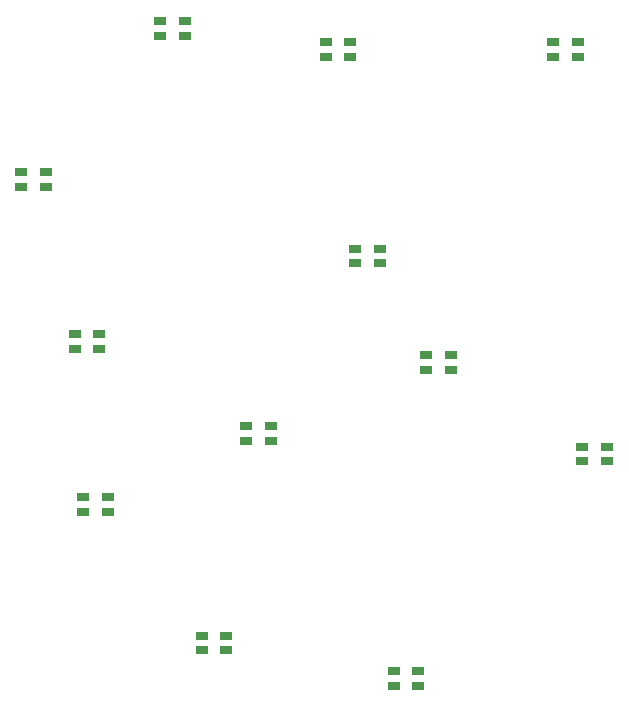
<source format=gbr>
%TF.GenerationSoftware,KiCad,Pcbnew,(5.1.10)-1*%
%TF.CreationDate,2021-10-17T17:11:57+02:00*%
%TF.ProjectId,TVZ_kuglica,54565a5f-6b75-4676-9c69-63612e6b6963,rev?*%
%TF.SameCoordinates,Original*%
%TF.FileFunction,Paste,Top*%
%TF.FilePolarity,Positive*%
%FSLAX46Y46*%
G04 Gerber Fmt 4.6, Leading zero omitted, Abs format (unit mm)*
G04 Created by KiCad (PCBNEW (5.1.10)-1) date 2021-10-17 17:11:57*
%MOMM*%
%LPD*%
G01*
G04 APERTURE LIST*
%ADD10R,1.100000X0.750000*%
G04 APERTURE END LIST*
D10*
%TO.C,D1*%
X110700000Y-86875000D03*
X112800000Y-86875000D03*
X110700000Y-88125000D03*
X112800000Y-88125000D03*
%TD*%
%TO.C,D2*%
X124550000Y-75375000D03*
X122450000Y-75375000D03*
X124550000Y-74125000D03*
X122450000Y-74125000D03*
%TD*%
%TO.C,D3*%
X155700000Y-75875000D03*
X157800000Y-75875000D03*
X155700000Y-77125000D03*
X157800000Y-77125000D03*
%TD*%
%TO.C,D4*%
X131800000Y-109625000D03*
X129700000Y-109625000D03*
X131800000Y-108375000D03*
X129700000Y-108375000D03*
%TD*%
%TO.C,D5*%
X115950000Y-114375000D03*
X118050000Y-114375000D03*
X115950000Y-115625000D03*
X118050000Y-115625000D03*
%TD*%
%TO.C,D6*%
X117300000Y-101875000D03*
X115200000Y-101875000D03*
X117300000Y-100625000D03*
X115200000Y-100625000D03*
%TD*%
%TO.C,D7*%
X142200000Y-129125000D03*
X144300000Y-129125000D03*
X142200000Y-130375000D03*
X144300000Y-130375000D03*
%TD*%
%TO.C,D8*%
X160300000Y-111375000D03*
X158200000Y-111375000D03*
X160300000Y-110125000D03*
X158200000Y-110125000D03*
%TD*%
%TO.C,D9*%
X136450000Y-75875000D03*
X138550000Y-75875000D03*
X136450000Y-77125000D03*
X138550000Y-77125000D03*
%TD*%
%TO.C,D10*%
X147050000Y-103625000D03*
X144950000Y-103625000D03*
X147050000Y-102375000D03*
X144950000Y-102375000D03*
%TD*%
%TO.C,D11*%
X125950000Y-126125000D03*
X128050000Y-126125000D03*
X125950000Y-127375000D03*
X128050000Y-127375000D03*
%TD*%
%TO.C,D12*%
X138950000Y-93375000D03*
X141050000Y-93375000D03*
X138950000Y-94625000D03*
X141050000Y-94625000D03*
%TD*%
M02*

</source>
